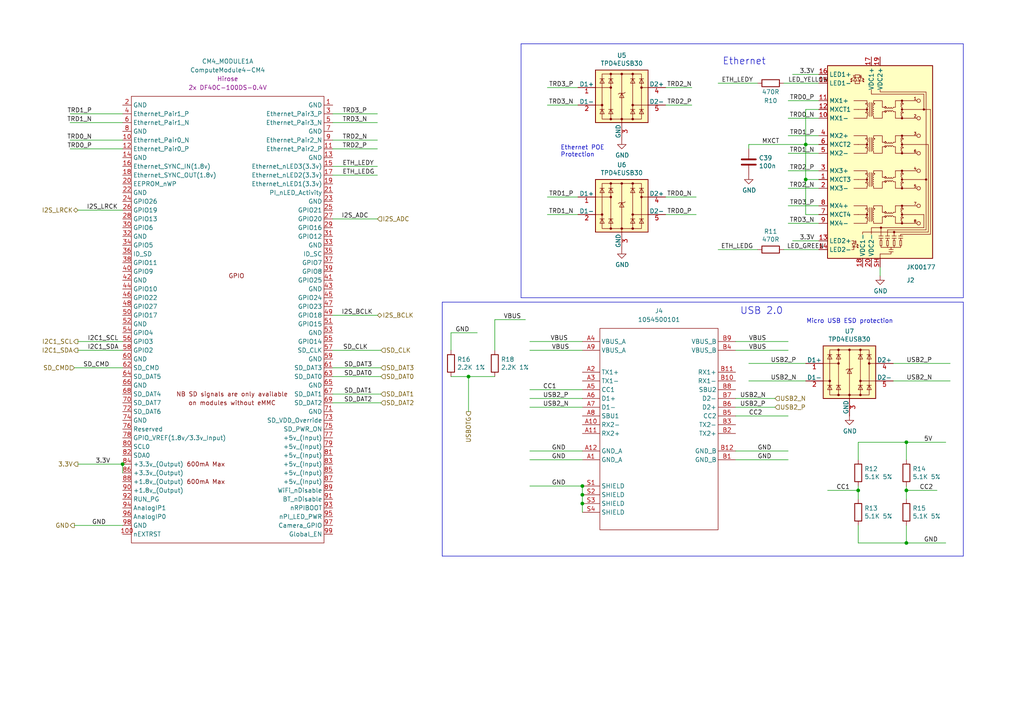
<source format=kicad_sch>
(kicad_sch (version 20211123) (generator eeschema)
  (paper "A4")
  (lib_symbols
    (symbol "CM4IO:1054500101"
      (property "Reference" "J" (at 0 0 0))
      (property "Value" "1054500101" (at 0 0 0))
      (symbol "1054500101_1_1"
        (pin input line (at -5.08 -43.18 0) (length 5) (name "GND_A") (number "A1"))
        (pin input line (at -5.08 -33.02 0) (length 5) (name "RX2-") (number "A10"))
        (pin input line (at -5.08 -35.56 0) (length 5) (name "RX2+") (number "A11"))
        (pin input line (at -5.08 -40.64 0) (length 5) (name "GND_A") (number "A12"))
        (pin input line (at -5.08 -17.78 0) (length 5) (name "TX1+") (number "A2"))
        (pin input line (at -5.08 -20.32 0) (length 5) (name "TX1-") (number "A3"))
        (pin input line (at -5.08 -8.89 0) (length 5) (name "VBUS_A") (number "A4"))
        (pin input line (at -5.08 -22.86 0) (length 5) (name "CC1") (number "A5"))
        (pin input line (at -5.08 -25.4 0) (length 5) (name "D1+") (number "A6"))
        (pin input line (at -5.08 -27.94 0) (length 5) (name "D1-") (number "A7"))
        (pin input line (at -5.08 -30.48 0) (length 5) (name "SBU1") (number "A8"))
        (pin input line (at -5.08 -11.43 0) (length 5) (name "VBUS_A") (number "A9"))
        (pin input line (at 39.37 -43.18 180) (length 5) (name "GND_B") (number "B1"))
        (pin input line (at 39.37 -20.32 180) (length 5) (name "RX1-") (number "B10"))
        (pin input line (at 39.37 -17.78 180) (length 5) (name "RX1+") (number "B11"))
        (pin input line (at 39.37 -40.64 180) (length 5) (name "GND_B") (number "B12"))
        (pin input line (at 39.37 -35.56 180) (length 5) (name "TX2+") (number "B2"))
        (pin input line (at 39.37 -33.02 180) (length 5) (name "TX2-") (number "B3"))
        (pin input line (at 39.37 -11.43 180) (length 5) (name "VBUS_B") (number "B4"))
        (pin input line (at 39.37 -30.48 180) (length 5) (name "CC2") (number "B5"))
        (pin input line (at 39.37 -27.94 180) (length 5) (name "D2+") (number "B6"))
        (pin input line (at 39.37 -25.4 180) (length 5) (name "D2-") (number "B7"))
        (pin input line (at 39.37 -22.86 180) (length 5) (name "SBU2") (number "B8"))
        (pin input line (at 39.37 -8.89 180) (length 5) (name "VBUS_B") (number "B9"))
        (pin input line (at -5.08 -50.8 0) (length 5) (name "SHIELD") (number "S1"))
        (pin input line (at -5.08 -53.34 0) (length 5) (name "SHIELD") (number "S2"))
        (pin input line (at -5.08 -55.88 0) (length 5) (name "SHIELD") (number "S3"))
        (pin input line (at -5.08 -58.42 0) (length 5) (name "SHIELD") (number "S4"))
      )
    )
    (symbol "CM4IO:ComputeModule4-CM4"
      (property "Reference" "Module" (at 113.03 -68.58 0))
      (property "Value" "ComputeModule4-CM4" (at 140.97 2.54 0))
      (property "Field4" "Hirose" (at 0 0 0))
      (property "Field5" "2x DF40C-100DS-0.4V" (at 0 -2.54 0))
      (symbol "ComputeModule4-CM4_1_0"
        (text "GPIO" (at 0 6.35 0) (effects (font (size 1.27 1.27))))
      )
      (symbol "ComputeModule4-CM4_1_1"
        (text "600mA Max" (at -8.89 -53.34 0) (effects (font (size 1.27 1.27))))
        (text "600mA Max" (at -8.89 -48.26 0) (effects (font (size 1.27 1.27))))
        (text "NB SD signals are only available" (at -1.27 -27.94 0) (effects (font (size 1.27 1.27))))
        (text "on modules without eMMC" (at -1.27 -30.48 0) (effects (font (size 1.27 1.27))))
        (pin power_in line (at 27.94 55.88 180) (length 2.54) (name "GND") (number "1"))
        (pin passive line (at -33.02 45.72 0) (length 2.54) (name "Ethernet_Pair0_N") (number "10"))
        (pin output line (at -33.02 -68.58 0) (length 2.54) (name "nEXTRST") (number "100"))
        (pin passive line (at 27.94 43.18 180) (length 2.54) (name "Ethernet_Pair2_P") (number "11"))
        (pin passive line (at -33.02 43.18 0) (length 2.54) (name "Ethernet_Pair0_P") (number "12"))
        (pin power_in line (at 27.94 40.64 180) (length 2.54) (name "GND") (number "13"))
        (pin power_in line (at -33.02 40.64 0) (length 2.54) (name "GND") (number "14"))
        (pin output line (at 27.94 38.1 180) (length 2.54) (name "Ethernet_nLED3(3.3v)") (number "15"))
        (pin input line (at -33.02 38.1 0) (length 2.54) (name "Ethernet_SYNC_IN(1.8v)") (number "16"))
        (pin output line (at 27.94 35.56 180) (length 2.54) (name "Ethernet_nLED2(3.3v)") (number "17"))
        (pin input line (at -33.02 35.56 0) (length 2.54) (name "Ethernet_SYNC_OUT(1.8v)") (number "18"))
        (pin output line (at 27.94 33.02 180) (length 2.54) (name "Ethernet_nLED1(3.3v)") (number "19"))
        (pin power_in line (at -33.02 55.88 0) (length 2.54) (name "GND") (number "2"))
        (pin passive line (at -33.02 33.02 0) (length 2.54) (name "EEPROM_nWP") (number "20"))
        (pin open_collector line (at 27.94 30.48 180) (length 2.54) (name "PI_nLED_Activity") (number "21"))
        (pin power_in line (at -33.02 30.48 0) (length 2.54) (name "GND") (number "22"))
        (pin power_in line (at 27.94 27.94 180) (length 2.54) (name "GND") (number "23"))
        (pin passive line (at -33.02 27.94 0) (length 2.54) (name "GPIO26") (number "24"))
        (pin passive line (at 27.94 25.4 180) (length 2.54) (name "GPIO21") (number "25"))
        (pin passive line (at -33.02 25.4 0) (length 2.54) (name "GPIO19") (number "26"))
        (pin passive line (at 27.94 22.86 180) (length 2.54) (name "GPIO20") (number "27"))
        (pin passive line (at -33.02 22.86 0) (length 2.54) (name "GPIO13") (number "28"))
        (pin passive line (at 27.94 20.32 180) (length 2.54) (name "GPIO16") (number "29"))
        (pin passive line (at 27.94 53.34 180) (length 2.54) (name "Ethernet_Pair3_P") (number "3"))
        (pin passive line (at -33.02 20.32 0) (length 2.54) (name "GPIO6") (number "30"))
        (pin passive line (at 27.94 17.78 180) (length 2.54) (name "GPIO12") (number "31"))
        (pin power_in line (at -33.02 17.78 0) (length 2.54) (name "GND") (number "32"))
        (pin power_in line (at 27.94 15.24 180) (length 2.54) (name "GND") (number "33"))
        (pin passive line (at -33.02 15.24 0) (length 2.54) (name "GPIO5") (number "34"))
        (pin passive line (at 27.94 12.7 180) (length 2.54) (name "ID_SC") (number "35"))
        (pin passive line (at -33.02 12.7 0) (length 2.54) (name "ID_SD") (number "36"))
        (pin passive line (at 27.94 10.16 180) (length 2.54) (name "GPIO7") (number "37"))
        (pin passive line (at -33.02 10.16 0) (length 2.54) (name "GPIO11") (number "38"))
        (pin passive line (at 27.94 7.62 180) (length 2.54) (name "GPIO8") (number "39"))
        (pin passive line (at -33.02 53.34 0) (length 2.54) (name "Ethernet_Pair1_P") (number "4"))
        (pin passive line (at -33.02 7.62 0) (length 2.54) (name "GPIO9") (number "40"))
        (pin passive line (at 27.94 5.08 180) (length 2.54) (name "GPIO25") (number "41"))
        (pin power_in line (at -33.02 5.08 0) (length 2.54) (name "GND") (number "42"))
        (pin power_in line (at 27.94 2.54 180) (length 2.54) (name "GND") (number "43"))
        (pin passive line (at -33.02 2.54 0) (length 2.54) (name "GPIO10") (number "44"))
        (pin passive line (at 27.94 0 180) (length 2.54) (name "GPIO24") (number "45"))
        (pin passive line (at -33.02 0 0) (length 2.54) (name "GPIO22") (number "46"))
        (pin passive line (at 27.94 -2.54 180) (length 2.54) (name "GPIO23") (number "47"))
        (pin passive line (at -33.02 -2.54 0) (length 2.54) (name "GPIO27") (number "48"))
        (pin passive line (at 27.94 -5.08 180) (length 2.54) (name "GPIO18") (number "49"))
        (pin passive line (at 27.94 50.8 180) (length 2.54) (name "Ethernet_Pair3_N") (number "5"))
        (pin passive line (at -33.02 -5.08 0) (length 2.54) (name "GPIO17") (number "50"))
        (pin passive line (at 27.94 -7.62 180) (length 2.54) (name "GPIO15") (number "51"))
        (pin power_in line (at -33.02 -7.62 0) (length 2.54) (name "GND") (number "52"))
        (pin power_in line (at 27.94 -10.16 180) (length 2.54) (name "GND") (number "53"))
        (pin passive line (at -33.02 -10.16 0) (length 2.54) (name "GPIO4") (number "54"))
        (pin passive line (at 27.94 -12.7 180) (length 2.54) (name "GPIO14") (number "55"))
        (pin passive line (at -33.02 -12.7 0) (length 2.54) (name "GPIO3") (number "56"))
        (pin passive line (at 27.94 -15.24 180) (length 2.54) (name "SD_CLK") (number "57"))
        (pin passive line (at -33.02 -15.24 0) (length 2.54) (name "GPIO2") (number "58"))
        (pin power_in line (at 27.94 -17.78 180) (length 2.54) (name "GND") (number "59"))
        (pin passive line (at -33.02 50.8 0) (length 2.54) (name "Ethernet_Pair1_N") (number "6"))
        (pin power_in line (at -33.02 -17.78 0) (length 2.54) (name "GND") (number "60"))
        (pin passive line (at 27.94 -20.32 180) (length 2.54) (name "SD_DAT3") (number "61"))
        (pin passive line (at -33.02 -20.32 0) (length 2.54) (name "SD_CMD") (number "62"))
        (pin passive line (at 27.94 -22.86 180) (length 2.54) (name "SD_DAT0") (number "63"))
        (pin passive line (at -33.02 -22.86 0) (length 2.54) (name "SD_DAT5") (number "64"))
        (pin power_in line (at 27.94 -25.4 180) (length 2.54) (name "GND") (number "65"))
        (pin power_in line (at -33.02 -25.4 0) (length 2.54) (name "GND") (number "66"))
        (pin passive line (at 27.94 -27.94 180) (length 2.54) (name "SD_DAT1") (number "67"))
        (pin passive line (at -33.02 -27.94 0) (length 2.54) (name "SD_DAT4") (number "68"))
        (pin passive line (at 27.94 -30.48 180) (length 2.54) (name "SD_DAT2") (number "69"))
        (pin power_in line (at 27.94 48.26 180) (length 2.54) (name "GND") (number "7"))
        (pin passive line (at -33.02 -30.48 0) (length 2.54) (name "SD_DAT7") (number "70"))
        (pin power_in line (at 27.94 -33.02 180) (length 2.54) (name "GND") (number "71"))
        (pin passive line (at -33.02 -33.02 0) (length 2.54) (name "SD_DAT6") (number "72"))
        (pin input line (at 27.94 -35.56 180) (length 2.54) (name "SD_VDD_Override") (number "73"))
        (pin power_in line (at -33.02 -35.56 0) (length 2.54) (name "GND") (number "74"))
        (pin output line (at 27.94 -38.1 180) (length 2.54) (name "SD_PWR_ON") (number "75"))
        (pin passive line (at -33.02 -38.1 0) (length 2.54) (name "Reserved") (number "76"))
        (pin power_in line (at 27.94 -40.64 180) (length 2.54) (name "+5v_(Input)") (number "77"))
        (pin power_in line (at -33.02 -40.64 0) (length 2.54) (name "GPIO_VREF(1.8v/3.3v_Input)") (number "78"))
        (pin power_in line (at 27.94 -43.18 180) (length 2.54) (name "+5v_(Input)") (number "79"))
        (pin power_in line (at -33.02 48.26 0) (length 2.54) (name "GND") (number "8"))
        (pin passive line (at -33.02 -43.18 0) (length 2.54) (name "SCL0") (number "80"))
        (pin power_in line (at 27.94 -45.72 180) (length 2.54) (name "+5v_(Input)") (number "81"))
        (pin passive line (at -33.02 -45.72 0) (length 2.54) (name "SDA0") (number "82"))
        (pin power_in line (at 27.94 -48.26 180) (length 2.54) (name "+5v_(Input)") (number "83"))
        (pin power_out line (at -33.02 -48.26 0) (length 2.54) (name "+3.3v_(Output)") (number "84"))
        (pin power_in line (at 27.94 -50.8 180) (length 2.54) (name "+5v_(Input)") (number "85"))
        (pin power_out line (at -33.02 -50.8 0) (length 2.54) (name "+3.3v_(Output)") (number "86"))
        (pin power_in line (at 27.94 -53.34 180) (length 2.54) (name "+5v_(Input)") (number "87"))
        (pin power_out line (at -33.02 -53.34 0) (length 2.54) (name "+1.8v_(Output)") (number "88"))
        (pin power_in line (at 27.94 -55.88 180) (length 2.54) (name "WiFi_nDisable") (number "89"))
        (pin passive line (at 27.94 45.72 180) (length 2.54) (name "Ethernet_Pair2_N") (number "9"))
        (pin power_out line (at -33.02 -55.88 0) (length 2.54) (name "+1.8v_(Output)") (number "90"))
        (pin power_in line (at 27.94 -58.42 180) (length 2.54) (name "BT_nDisable") (number "91"))
        (pin passive line (at -33.02 -58.42 0) (length 2.54) (name "RUN_PG") (number "92"))
        (pin input line (at 27.94 -60.96 180) (length 2.54) (name "nRPIBOOT") (number "93"))
        (pin passive line (at -33.02 -60.96 0) (length 2.54) (name "AnalogIP1") (number "94"))
        (pin output line (at 27.94 -63.5 180) (length 2.54) (name "nPI_LED_PWR") (number "95"))
        (pin passive line (at -33.02 -63.5 0) (length 2.54) (name "AnalogIP0") (number "96"))
        (pin passive line (at 27.94 -66.04 180) (length 2.54) (name "Camera_GPIO") (number "97"))
        (pin power_in line (at -33.02 -66.04 0) (length 2.54) (name "GND") (number "98"))
        (pin input line (at 27.94 -68.58 180) (length 2.54) (name "Global_EN") (number "99"))
      )
      (symbol "ComputeModule4-CM4_2_1"
        (text "High Speed Serial" (at 140.97 0 0) (effects (font (size 1.27 1.27))))
        (pin input line (at 170.18 60.96 180) (length 5.08) (name "USB_OTG_ID") (number "101"))
        (pin input line (at 109.22 60.96 0) (length 5.08) (name "PCIe_CLK_nREQ") (number "102"))
        (pin passive line (at 170.18 58.42 180) (length 5.08) (name "USB2_N") (number "103"))
        (pin passive line (at 109.22 58.42 0) (length 5.08) (name "Reserved") (number "104"))
        (pin passive line (at 170.18 55.88 180) (length 5.08) (name "USB2_P") (number "105"))
        (pin passive line (at 109.22 55.88 0) (length 5.08) (name "Reserved") (number "106"))
        (pin power_in line (at 170.18 53.34 180) (length 5.08) (name "GND") (number "107"))
        (pin power_in line (at 109.22 53.34 0) (length 5.08) (name "GND") (number "108"))
        (pin bidirectional line (at 170.18 50.8 180) (length 5.08) (name "PCIe_nRST") (number "109"))
        (pin output line (at 109.22 50.8 0) (length 5.08) (name "PCIe_CLK_P") (number "110"))
        (pin passive line (at 170.18 48.26 180) (length 5.08) (name "VDAC_COMP") (number "111"))
        (pin output line (at 109.22 48.26 0) (length 5.08) (name "PCIe_CLK_N") (number "112"))
        (pin power_in line (at 170.18 45.72 180) (length 5.08) (name "GND") (number "113"))
        (pin power_in line (at 109.22 45.72 0) (length 5.08) (name "GND") (number "114"))
        (pin input line (at 170.18 43.18 180) (length 5.08) (name "CAM1_D0_N") (number "115"))
        (pin input line (at 109.22 43.18 0) (length 5.08) (name "PCIe_RX_P") (number "116"))
        (pin input line (at 170.18 40.64 180) (length 5.08) (name "CAM1_D0_P") (number "117"))
        (pin input line (at 109.22 40.64 0) (length 5.08) (name "PCIe_RX_N") (number "118"))
        (pin power_in line (at 170.18 38.1 180) (length 5.08) (name "GND") (number "119"))
        (pin power_in line (at 109.22 38.1 0) (length 5.08) (name "GND") (number "120"))
        (pin input line (at 170.18 35.56 180) (length 5.08) (name "CAM1_D1_N") (number "121"))
        (pin output line (at 109.22 35.56 0) (length 5.08) (name "PCIe_TX_P") (number "122"))
        (pin input line (at 170.18 33.02 180) (length 5.08) (name "CAM1_D1_P") (number "123"))
        (pin output line (at 109.22 33.02 0) (length 5.08) (name "PCIe_TX_N") (number "124"))
        (pin power_in line (at 170.18 30.48 180) (length 5.08) (name "GND") (number "125"))
        (pin power_in line (at 109.22 30.48 0) (length 5.08) (name "GND") (number "126"))
        (pin input line (at 170.18 27.94 180) (length 5.08) (name "CAM1_C_N") (number "127"))
        (pin input line (at 109.22 27.94 0) (length 5.08) (name "CAM0_D0_N") (number "128"))
        (pin input line (at 170.18 25.4 180) (length 5.08) (name "CAM1_C_P") (number "129"))
        (pin input line (at 109.22 25.4 0) (length 5.08) (name "CAM0_D0_P") (number "130"))
        (pin power_in line (at 170.18 22.86 180) (length 5.08) (name "GND") (number "131"))
        (pin power_in line (at 109.22 22.86 0) (length 5.08) (name "GND") (number "132"))
        (pin input line (at 170.18 20.32 180) (length 5.08) (name "CAM1_D2_N") (number "133"))
        (pin input line (at 109.22 20.32 0) (length 5.08) (name "CAM0_D1_N") (number "134"))
        (pin input line (at 170.18 17.78 180) (length 5.08) (name "CAM1_D2_P") (number "135"))
        (pin input line (at 109.22 17.78 0) (length 5.08) (name "CAM0_D1_P") (number "136"))
        (pin power_in line (at 170.18 15.24 180) (length 5.08) (name "GND") (number "137"))
        (pin power_in line (at 109.22 15.24 0) (length 5.08) (name "GND") (number "138"))
        (pin input line (at 170.18 12.7 180) (length 5.08) (name "CAM1_D3_N") (number "139"))
        (pin input line (at 109.22 12.7 0) (length 5.08) (name "CAM0_C_N") (number "140"))
        (pin input line (at 170.18 10.16 180) (length 5.08) (name "CAM1_D3_P") (number "141"))
        (pin input line (at 109.22 10.16 0) (length 5.08) (name "CAM0_C_P") (number "142"))
        (pin input line (at 170.18 7.62 180) (length 5.08) (name "HDMI1_HOTPLUG") (number "143"))
        (pin power_in line (at 109.22 7.62 0) (length 5.08) (name "GND") (number "144"))
        (pin bidirectional line (at 170.18 5.08 180) (length 5.08) (name "HDMI1_SDA") (number "145"))
        (pin output line (at 109.22 5.08 0) (length 5.08) (name "HDMI1_TX2_P") (number "146"))
        (pin open_collector line (at 170.18 2.54 180) (length 5.08) (name "HDMI1_SCL") (number "147"))
        (pin output line (at 109.22 2.54 0) (length 5.08) (name "HDMI1_TX2_N") (number "148"))
        (pin open_collector line (at 170.18 0 180) (length 5.08) (name "HDMI1_CEC") (number "149"))
        (pin power_in line (at 109.22 0 0) (length 5.08) (name "GND") (number "150"))
        (pin open_collector line (at 170.18 -2.54 180) (length 5.08) (name "HDMI0_CEC") (number "151"))
        (pin output line (at 109.22 -2.54 0) (length 5.08) (name "HDMI1_TX1_P") (number "152"))
        (pin input line (at 170.18 -5.08 180) (length 5.08) (name "HDMI0_HOTPLUG") (number "153"))
        (pin output line (at 109.22 -5.08 0) (length 5.08) (name "HDMI1_TX1_N") (number "154"))
        (pin power_in line (at 170.18 -7.62 180) (length 5.08) (name "GND") (number "155"))
        (pin power_in line (at 109.22 -7.62 0) (length 5.08) (name "GND") (number "156"))
        (pin output line (at 170.18 -10.16 180) (length 5.08) (name "DSI0_D0_N") (number "157"))
        (pin output line (at 109.22 -10.16 0) (length 5.08) (name "HDMI1_TX0_P") (number "158"))
        (pin output line (at 170.18 -12.7 180) (length 5.08) (name "DSI0_D0_P") (number "159"))
        (pin output line (at 109.22 -12.7 0) (length 5.08) (name "HDMI1_TX0_N") (number "160"))
        (pin power_in line (at 170.18 -15.24 180) (length 5.08) (name "GND") (number "161"))
        (pin power_in line (at 109.22 -15.24 0) (length 5.08) (name "GND") (number "162"))
        (pin output line (at 170.18 -17.78 180) (length 5.08) (name "DSI0_D1_N") (number "163"))
        (pin output line (at 109.22 -17.78 0) (length 5.08) (name "HDMI1_CLK_P") (number "164"))
        (pin output line (at 170.18 -20.32 180) (length 5.08) (name "DSI0_D1_P") (number "165"))
        (pin output line (at 109.22 -20.32 0) (length 5.08) (name "HDMI1_CLK_N") (number "166"))
        (pin power_in line (at 170.18 -22.86 180) (length 5.08) (name "GND") (number "167"))
        (pin power_in line (at 109.22 -22.86 0) (length 5.08) (name "GND") (number "168"))
        (pin output line (at 170.18 -25.4 180) (length 5.08) (name "DSI0_C_N") (number "169"))
        (pin output line (at 109.22 -25.4 0) (length 5.08) (name "HDMI0_TX2_P") (number "170"))
        (pin output line (at 170.18 -27.94 180) (length 5.08) (name "DSI0_C_P") (number "171"))
        (pin output line (at 109.22 -27.94 0) (length 5.08) (name "HDMI0_TX2_N") (number "172"))
        (pin power_in line (at 170.18 -30.48 180) (length 5.08) (name "GND") (number "173"))
        (pin power_in line (at 109.22 -30.48 0) (length 5.08) (name "GND") (number "174"))
        (pin output line (at 170.18 -33.02 180) (length 5.08) (name "DSI1_D0_N") (number "175"))
        (pin output line (at 109.22 -33.02 0) (length 5.08) (name "HDMI0_TX1_P") (number "176"))
        (pin output line (at 170.18 -35.56 180) (length 5.08) (name "DSI1_D0_P") (number "177"))
        (pin output line (at 109.22 -35.56 0) (length 5.08) (name "HDMI0_TX1_N") (number "178"))
        (pin power_in line (at 170.18 -38.1 180) (length 5.08) (name "GND") (number "179"))
        (pin power_in line (at 109.22 -38.1 0) (length 5.08) (name "GND") (number "180"))
        (pin output line (at 170.18 -40.64 180) (length 5.08) (name "DSI1_D1_N") (number "181"))
        (pin output line (at 109.22 -40.64 0) (length 5.08) (name "HDMI0_TX0_P") (number "182"))
        (pin output line (at 170.18 -43.18 180) (length 5.08) (name "DSI1_D1_P") (number "183"))
        (pin output line (at 109.22 -43.18 0) (length 5.08) (name "HDMI0_TX0_N") (number "184"))
        (pin power_in line (at 170.18 -45.72 180) (length 5.08) (name "GND") (number "185"))
        (pin power_in line (at 109.22 -45.72 0) (length 5.08) (name "GND") (number "186"))
        (pin output line (at 170.18 -48.26 180) (length 5.08) (name "DSI1_C_N") (number "187"))
        (pin output line (at 109.22 -48.26 0) (length 5.08) (name "HDMI0_CLK_P") (number "188"))
        (pin output line (at 170.18 -50.8 180) (length 5.08) (name "DSI1_C_P") (number "189"))
        (pin output line (at 109.22 -50.8 0) (length 5.08) (name "HDMI0_CLK_N") (number "190"))
        (pin power_in line (at 170.18 -53.34 180) (length 5.08) (name "GND") (number "191"))
        (pin power_in line (at 109.22 -53.34 0) (length 5.08) (name "GND") (number "192"))
        (pin output line (at 170.18 -55.88 180) (length 5.08) (name "DSI1_D2_N") (number "193"))
        (pin output line (at 109.22 -55.88 0) (length 5.08) (name "DSI1_D3_N") (number "194"))
        (pin output line (at 170.18 -58.42 180) (length 5.08) (name "DSI1_D2_P") (number "195"))
        (pin output line (at 109.22 -58.42 0) (length 5.08) (name "DSI1_D3_P") (number "196"))
        (pin power_in line (at 170.18 -60.96 180) (length 5.08) (name "GND") (number "197"))
        (pin power_in line (at 109.22 -60.96 0) (length 5.08) (name "GND") (number "198"))
        (pin bidirectional line (at 170.18 -63.5 180) (length 5.08) (name "HDMI0_SDA") (number "199"))
        (pin open_collector line (at 109.22 -63.5 0) (length 5.08) (name "HDMI0_SCL") (number "200"))
      )
    )
    (symbol "CM4IO:TPD4EUSB30" (pin_names (offset 0))
      (property "Reference" "U" (at -0.635 8.89 0))
      (property "Value" "TPD4EUSB30" (at 8.89 -10.16 0))
      (symbol "TPD4EUSB30_1_1"
        (pin passive line (at -12.7 2.54 0) (length 5.08) (name "D1+") (number "1"))
        (pin passive line (at -12.7 2.54 0) (length 5.08) hide (name "~") (number "10"))
        (pin passive line (at -12.7 -2.54 0) (length 5.08) (name "D1-") (number "2"))
        (pin power_in line (at 0 -12.7 90) (length 5.08) (name "GND") (number "3"))
        (pin passive line (at 12.7 2.54 180) (length 5.08) (name "D2+") (number "4"))
        (pin passive line (at 12.7 -2.54 180) (length 5.08) (name "D2-") (number "5"))
        (pin passive line (at 12.7 -2.54 180) (length 5.08) hide (name "~") (number "6"))
        (pin passive line (at 12.7 2.54 180) (length 5.08) hide (name "~") (number "7"))
        (pin passive line (at 0 -12.7 90) (length 5.08) hide (name "GND") (number "8"))
        (pin passive line (at -12.7 -2.54 0) (length 5.08) hide (name "~") (number "9"))
      )
    )
    (symbol "Connector:JK00177"
      (property "Reference" "J" (at -15.24 29.21 0))
      (property "Value" "JK00177" (at 10.16 29.21 0))
      (symbol "JK00177_0_0"
        (text "" (at -7.874 24.892 900) (effects (font (size 1.27 1.27))))
        (text "1" (at 10.16 18.415 0) (effects (font (size 0.762 0.762))))
        (text "2" (at 10.16 13.335 0) (effects (font (size 0.762 0.762))))
        (text "3" (at 10.16 8.255 0) (effects (font (size 0.762 0.762))))
        (text "4" (at 10.16 -1.905 0) (effects (font (size 0.762 0.762))))
        (text "5" (at 10.16 -6.985 0) (effects (font (size 0.762 0.762))))
        (text "6" (at 10.16 3.175 0) (effects (font (size 0.762 0.762))))
        (text "7" (at 10.16 -12.065 0) (effects (font (size 0.762 0.762))))
        (text "8" (at 10.16 -17.145 0) (effects (font (size 0.762 0.762))))
        (text "G" (at -7.112 -23.114 0) (effects (font (size 0.508 0.508))))
        (text "G" (at -5.588 24.892 0) (effects (font (size 0.508 0.508))))
        (text "Y" (at -7.62 24.892 0) (effects (font (size 0.508 0.508))))
      )
      (symbol "JK00177_1_1"
        (pin passive line (at -17.78 -5.08 0) (length 2.54) (name "MXCT3") (number "1"))
        (pin passive line (at -17.78 12.7 0) (length 2.54) (name "MX1-") (number "10"))
        (pin passive line (at -17.78 17.78 0) (length 2.54) (name "MX1+") (number "11"))
        (pin passive line (at -17.78 15.24 0) (length 2.54) (name "MXCT1") (number "12"))
        (pin passive line (at -17.78 -22.86 0) (length 2.54) (name "LED2+") (number "13"))
        (pin passive line (at -17.78 -25.4 0) (length 2.54) (name "LED2-") (number "14"))
        (pin passive line (at -17.78 22.86 0) (length 2.54) (name "LED1-") (number "15"))
        (pin passive line (at -17.78 25.4 0) (length 2.54) (name "LED1+") (number "16"))
        (pin passive line (at -2.54 30.48 270) (length 2.54) (name "VDC1+") (number "17"))
        (pin passive line (at -5.08 -30.48 90) (length 2.54) (name "VDC1-") (number "18"))
        (pin passive line (at 0 30.48 270) (length 2.54) (name "VDC2+") (number "19"))
        (pin passive line (at -17.78 -7.62 0) (length 2.54) (name "MX3-") (number "2"))
        (pin passive line (at -2.54 -30.48 90) (length 2.54) (name "VDC2-") (number "20"))
        (pin passive line (at -17.78 -2.54 0) (length 2.54) (name "MX3+") (number "3"))
        (pin passive line (at -17.78 7.62 0) (length 2.54) (name "MX2+") (number "4"))
        (pin passive line (at -17.78 2.54 0) (length 2.54) (name "MX2-") (number "5"))
        (pin passive line (at -17.78 5.08 0) (length 2.54) (name "MXCT2") (number "6"))
        (pin passive line (at -17.78 -15.24 0) (length 2.54) (name "MXCT4") (number "7"))
        (pin passive line (at -17.78 -12.7 0) (length 2.54) (name "MX4+") (number "8"))
        (pin passive line (at -17.78 -17.78 0) (length 2.54) (name "MX4-") (number "9"))
        (pin passive line (at 0 -30.48 90) (length 2.54) (name "~") (number "SH"))
      )
    )
    (symbol "Device:C" (pin_numbers hide) (pin_names (offset 0.254))
      (property "Reference" "C" (at 0.635 2.54 0))
      (property "Value" "C" (at 0.635 -2.54 0))
      (symbol "C_1_1"
        (pin passive line (at 0 3.81 270) (length 2.794) (name "~") (number "1"))
        (pin passive line (at 0 -3.81 90) (length 2.794) (name "~") (number "2"))
      )
    )
    (symbol "Device:R" (pin_numbers hide) (pin_names (offset 0))
      (property "Reference" "R" (at 2.032 0 90))
      (property "Value" "R" (at 0 0 90))
      (symbol "R_1_1"
        (pin passive line (at 0 3.81 270) (length 1.27) (name "~") (number "1"))
        (pin passive line (at 0 -3.81 90) (length 1.27) (name "~") (number "2"))
      )
    )
    (symbol "power:GND" (power) (pin_names (offset 0))
      (property "Value" "GND" (at 0 -3.81 0))
      (symbol "GND_1_1"
        (pin power_in line (at 0 0 270) (length 0) hide (name "GND") (number "1"))
      )
    )
  )
  (junction (at 262.89 157.48))
  (junction (at 168.91 146.05))
  (junction (at 262.89 128.27))
  (junction (at 135.89 109.22))
  (junction (at 233.68 52.07))
  (junction (at 168.91 140.97))
  (junction (at 262.89 142.24))
  (junction (at 35.56 134.62))
  (junction (at 233.68 41.91))
  (junction (at 248.92 142.24))
  (junction (at 168.91 143.51))
  (wire (pts (xy 168.91 143.51) (xy 168.91 146.05)))
  (wire (pts (xy 167.64 62.23) (xy 158.75 62.23)))
  (wire (pts (xy 213.36 130.81) (xy 228.6 130.81)))
  (wire (pts (xy 240.03 142.24) (xy 248.92 142.24)))
  (wire (pts (xy 255.27 77.47) (xy 255.27 80.01)))
  (wire (pts (xy 110.49 101.6) (xy 96.52 101.6)))
  (wire (pts (xy 143.51 101.6) (xy 143.51 92.71)))
  (wire (pts (xy 217.17 43.18) (xy 217.17 41.91)))
  (wire (pts (xy 229.87 69.85) (xy 237.49 69.85)))
  (wire (pts (xy 110.49 106.68) (xy 96.52 106.68)))
  (wire (pts (xy 208.28 24.13) (xy 219.71 24.13)))
  (polyline (pts (xy 279.4 161.29) (xy 128.27 161.29)) (stroke (width 0) (type solid)))
  (wire (pts (xy 233.68 41.91) (xy 233.68 52.07)))
  (wire (pts (xy 248.92 128.27) (xy 248.92 133.35)))
  (wire (pts (xy 227.33 72.39) (xy 237.49 72.39)))
  (wire (pts (xy 153.67 140.97) (xy 168.91 140.97)))
  (wire (pts (xy 228.6 29.21) (xy 237.49 29.21)))
  (wire (pts (xy 96.52 35.56) (xy 109.474 35.56)))
  (wire (pts (xy 21.59 106.68) (xy 35.56 106.68)))
  (wire (pts (xy 110.49 114.3) (xy 96.52 114.3)))
  (wire (pts (xy 130.81 96.52) (xy 138.43 96.52)))
  (wire (pts (xy 262.89 142.24) (xy 271.78 142.24)))
  (wire (pts (xy 213.36 120.65) (xy 228.6 120.65)))
  (wire (pts (xy 217.17 41.91) (xy 233.68 41.91)))
  (wire (pts (xy 217.17 105.41) (xy 233.68 105.41)))
  (wire (pts (xy 22.606 134.62) (xy 35.56 134.62)))
  (wire (pts (xy 158.75 30.48) (xy 167.64 30.48)))
  (wire (pts (xy 96.52 50.8) (xy 109.474 50.8)))
  (wire (pts (xy 262.89 157.48) (xy 248.92 157.48)))
  (polyline (pts (xy 279.4 86.36) (xy 151.13 86.36)) (stroke (width 0) (type solid)))
  (wire (pts (xy 153.67 133.35) (xy 168.91 133.35)))
  (wire (pts (xy 135.89 109.22) (xy 143.51 109.22)))
  (wire (pts (xy 153.67 99.06) (xy 168.91 99.06)))
  (polyline (pts (xy 279.4 12.7) (xy 279.4 86.36)) (stroke (width 0) (type solid)))
  (wire (pts (xy 135.89 109.22) (xy 135.89 119.38)))
  (wire (pts (xy 21.59 152.4) (xy 35.56 152.4)))
  (polyline (pts (xy 151.13 12.7) (xy 279.4 12.7)) (stroke (width 0) (type solid)))
  (wire (pts (xy 228.6 39.37) (xy 237.49 39.37)))
  (wire (pts (xy 262.89 152.4) (xy 262.89 157.48)))
  (wire (pts (xy 130.81 109.22) (xy 135.89 109.22)))
  (wire (pts (xy 259.08 105.41) (xy 275.59 105.41)))
  (wire (pts (xy 248.92 128.27) (xy 262.89 128.27)))
  (wire (pts (xy 20.32 43.18) (xy 35.56 43.18)))
  (wire (pts (xy 153.67 101.6) (xy 168.91 101.6)))
  (wire (pts (xy 262.89 140.97) (xy 262.89 142.24)))
  (wire (pts (xy 228.6 34.29) (xy 237.49 34.29)))
  (wire (pts (xy 130.81 101.6) (xy 130.81 96.52)))
  (wire (pts (xy 22.606 60.96) (xy 35.56 60.96)))
  (wire (pts (xy 229.87 21.59) (xy 237.49 21.59)))
  (wire (pts (xy 228.6 54.61) (xy 237.49 54.61)))
  (wire (pts (xy 213.36 133.35) (xy 228.6 133.35)))
  (wire (pts (xy 168.91 146.05) (xy 168.91 148.59)))
  (wire (pts (xy 248.92 140.97) (xy 248.92 142.24)))
  (wire (pts (xy 233.68 31.75) (xy 233.68 41.91)))
  (polyline (pts (xy 128.27 87.63) (xy 279.4 87.63)) (stroke (width 0) (type solid)))
  (polyline (pts (xy 128.27 161.29) (xy 128.27 87.63)) (stroke (width 0) (type solid)))
  (wire (pts (xy 22.606 99.06) (xy 35.56 99.06)))
  (wire (pts (xy 96.52 48.26) (xy 109.474 48.26)))
  (wire (pts (xy 20.32 33.02) (xy 35.56 33.02)))
  (wire (pts (xy 213.36 101.6) (xy 228.6 101.6)))
  (wire (pts (xy 96.52 43.18) (xy 109.474 43.18)))
  (wire (pts (xy 237.49 31.75) (xy 233.68 31.75)))
  (wire (pts (xy 248.92 157.48) (xy 248.92 152.4)))
  (wire (pts (xy 96.52 33.02) (xy 109.474 33.02)))
  (wire (pts (xy 233.68 52.07) (xy 233.68 62.23)))
  (wire (pts (xy 96.52 116.84) (xy 110.49 116.84)))
  (wire (pts (xy 248.92 142.24) (xy 248.92 144.78)))
  (wire (pts (xy 96.52 109.22) (xy 110.49 109.22)))
  (wire (pts (xy 96.52 63.5) (xy 109.474 63.5)))
  (wire (pts (xy 22.606 101.6) (xy 35.56 101.6)))
  (wire (pts (xy 213.36 118.11) (xy 224.79 118.11)))
  (wire (pts (xy 193.04 57.15) (xy 201.93 57.15)))
  (wire (pts (xy 262.89 142.24) (xy 262.89 144.78)))
  (wire (pts (xy 217.17 110.49) (xy 233.68 110.49)))
  (wire (pts (xy 228.6 49.53) (xy 237.49 49.53)))
  (wire (pts (xy 20.32 40.64) (xy 35.56 40.64)))
  (wire (pts (xy 35.56 134.62) (xy 35.56 137.16)))
  (wire (pts (xy 153.67 118.11) (xy 168.91 118.11)))
  (wire (pts (xy 208.28 72.39) (xy 219.71 72.39)))
  (polyline (pts (xy 279.4 87.63) (xy 279.4 161.29)) (stroke (width 0) (type solid)))
  (wire (pts (xy 193.04 25.4) (xy 200.66 25.4)))
  (wire (pts (xy 213.36 115.57) (xy 224.79 115.57)))
  (wire (pts (xy 153.67 115.57) (xy 168.91 115.57)))
  (wire (pts (xy 227.33 24.13) (xy 237.49 24.13)))
  (wire (pts (xy 262.89 128.27) (xy 274.32 128.27)))
  (wire (pts (xy 153.67 113.03) (xy 168.91 113.03)))
  (wire (pts (xy 193.04 30.48) (xy 200.66 30.48)))
  (wire (pts (xy 233.68 41.91) (xy 237.49 41.91)))
  (wire (pts (xy 228.6 44.45) (xy 237.49 44.45)))
  (wire (pts (xy 233.68 62.23) (xy 237.49 62.23)))
  (wire (pts (xy 96.52 40.64) (xy 109.474 40.64)))
  (wire (pts (xy 193.04 62.23) (xy 201.93 62.23)))
  (wire (pts (xy 233.68 52.07) (xy 237.49 52.07)))
  (wire (pts (xy 143.51 92.71) (xy 152.4 92.71)))
  (wire (pts (xy 228.6 59.69) (xy 237.49 59.69)))
  (wire (pts (xy 228.6 64.77) (xy 237.49 64.77)))
  (wire (pts (xy 158.75 57.15) (xy 167.64 57.15)))
  (wire (pts (xy 259.08 110.49) (xy 275.59 110.49)))
  (wire (pts (xy 96.52 91.44) (xy 109.474 91.44)))
  (polyline (pts (xy 151.13 86.36) (xy 151.13 12.7)) (stroke (width 0) (type solid)))
  (wire (pts (xy 262.89 157.48) (xy 274.32 157.48)))
  (wire (pts (xy 158.75 25.4) (xy 167.64 25.4)))
  (wire (pts (xy 213.36 99.06) (xy 228.6 99.06)))
  (wire (pts (xy 153.67 130.81) (xy 168.91 130.81)))
  (wire (pts (xy 262.89 128.27) (xy 262.89 133.35)))
  (wire (pts (xy 168.91 140.97) (xy 168.91 143.51)))
  (wire (pts (xy 20.32 35.56) (xy 35.56 35.56)))
  (text "Micro USB ESD protection" (at 259.08 93.98 180) (effects (font (size 1.27 1.27)) (justify right bottom)))
  (text "Ethernet POE\nProtection" (at 162.56 45.72 0) (effects (font (size 1.27 1.27)) (justify left bottom)))
  (text "USB 2.0" (at 214.63 91.44 0) (effects (font (size 2.0066 2.0066)) (justify left bottom)))
  (text "Ethernet" (at 209.55 19.05 0) (effects (font (size 2.0066 2.0066)) (justify left bottom)))
  (label "I2S_ADC" (at 99.06 63.5 0))
  (label "TRD0_P" (at 200.66 62.23 180))
  (label "TRD0_N" (at 26.67 40.64 180))
  (label "TRD1_N" (at 236.22 44.45 180))
  (label "TRD1_P" (at 236.22 39.37 180))
  (label "TRD3_N" (at 166.37 30.48 180))
  (label "TRD0_N" (at 236.22 34.29 180))
  (label "SD_DAT3" (at 107.95 106.68 180))
  (label "SD_CLK" (at 106.68 101.6 180))
  (label "3.3V" (at 236.22 21.59 180))
  (label "ETH_LEDG" (at 99.314 50.8 0))
  (label "ETH_LEDG" (at 218.44 72.39 180))
  (label "TRD2_N" (at 200.66 25.4 180))
  (label "ETH_LEDY" (at 218.44 24.13 180))
  (label "I2C1_SDA" (at 25.4 101.6 0))
  (label "GND" (at 267.97 157.48 0))
  (label "TRD0_P" (at 26.67 43.18 180))
  (label "CC1" (at 157.48 113.03 0))
  (label "TRD1_N" (at 26.67 35.56 180))
  (label "TRD3_N" (at 236.22 64.77 180))
  (label "VBUS" (at 160.02 101.6 0))
  (label "SD_CMD" (at 31.75 106.68 180))
  (label "GND" (at 219.71 130.81 0))
  (label "MXCT" (at 220.98 41.91 0))
  (label "TRD0_N" (at 200.66 57.15 180))
  (label "I2S_LRCK" (at 25.146 60.96 0))
  (label "TRD3_P" (at 166.37 25.4 180))
  (label "GND" (at 160.02 130.81 0))
  (label "ETH_LEDY" (at 99.314 48.26 0))
  (label "USB2_P" (at 262.89 105.41 0))
  (label "SD_DAT2" (at 107.95 116.84 180))
  (label "TRD1_N" (at 166.37 62.23 180))
  (label "GND" (at 219.71 133.35 0))
  (label "CC1" (at 242.57 142.24 0))
  (label "VBUS" (at 217.17 101.6 0))
  (label "TRD2_P" (at 200.66 30.48 180))
  (label "USB2_P" (at 214.63 118.11 0))
  (label "CC2" (at 217.17 120.65 0))
  (label "TRD1_P" (at 166.37 57.15 180))
  (label "TRD2_P" (at 99.314 43.18 0))
  (label "5V" (at 267.97 128.27 0))
  (label "LED_YELLOW" (at 228.6 24.13 0))
  (label "LED_GREEN" (at 228.2336 72.39 0))
  (label "GND" (at 160.02 140.97 0))
  (label "VBUS" (at 146.05 92.71 0))
  (label "USB2_N" (at 157.48 118.11 0))
  (label "USB2_P" (at 223.52 105.41 0))
  (label "USB2_P" (at 157.48 115.57 0))
  (label "SD_DAT1" (at 107.95 114.3 180))
  (label "3.3V" (at 236.22 69.85 180))
  (label "USB2_N" (at 223.52 110.49 0))
  (label "GND" (at 132.08 96.52 0))
  (label "VBUS" (at 217.17 99.06 0))
  (label "SD_DAT0" (at 107.95 109.22 180))
  (label "I2S_BCLK" (at 99.06 91.44 0))
  (label "VBUS" (at 159.6429 99.06 0))
  (label "3.3V" (at 27.686 134.62 0))
  (label "USB2_N" (at 214.63 115.57 0))
  (label "TRD1_P" (at 26.67 33.02 180))
  (label "GND" (at 26.67 152.4 0))
  (label "TRD3_P" (at 99.314 33.02 0))
  (label "TRD2_P" (at 236.22 49.53 180))
  (label "TRD2_N" (at 236.22 54.61 180))
  (label "GND" (at 160.02 133.35 0))
  (label "TRD2_N" (at 99.314 40.64 0))
  (label "USB2_N" (at 262.89 110.49 0))
  (label "I2C1_SCL" (at 25.4 99.06 0))
  (label "TRD3_P" (at 236.22 59.69 180))
  (label "TRD0_P" (at 236.22 29.21 180))
  (label "CC2" (at 266.7 142.24 0))
  (label "TRD3_N" (at 99.314 35.56 0))
  (hierarchical_label "USBOTG" (shape output) (at 135.89 119.38 270))
  (hierarchical_label "I2S_LRCK" (shape bidirectional) (at 22.606 60.96 180))
  (hierarchical_label "SD_DAT3" (shape input) (at 110.49 106.68 0))
  (hierarchical_label "I2C1_SCL" (shape output) (at 22.606 99.06 180))
  (hierarchical_label "3.3V" (shape output) (at 22.606 134.62 180))
  (hierarchical_label "USB2_P" (shape input) (at 224.79 118.11 0))
  (hierarchical_label "SD_DAT0" (shape input) (at 110.49 109.22 0))
  (hierarchical_label "USB2_N" (shape input) (at 224.79 115.57 0))
  (hierarchical_label "SD_CMD" (shape input) (at 21.59 106.68 180))
  (hierarchical_label "I2S_ADC" (shape input) (at 109.474 63.5 0))
  (hierarchical_label "SD_CLK" (shape input) (at 110.49 101.6 0))
  (hierarchical_label "GND" (shape output) (at 21.59 152.4 180))
  (hierarchical_label "I2C1_SDA" (shape output) (at 22.606 101.6 180))
  (hierarchical_label "SD_DAT2" (shape input) (at 110.49 116.84 0))
  (hierarchical_label "SD_DAT1" (shape input) (at 110.49 114.3 0))
  (hierarchical_label "I2S_BCLK" (shape bidirectional) (at 109.474 91.44 0))
  (symbol (lib_id "power:GND") (at 180.34 72.39 0) (unit 1)
    (property "Reference" "#PWR0128" (effects hide))
    (property "Value" "GND" (at 180.467 76.7842 0))
  )
  (symbol (lib_id "Device:C") (at 217.17 46.99 0) (unit 1)
    (property "Reference" "C39" (at 220.091 45.8216 0) (effects (justify left)))
    (property "Value" "100n" (at 220.091 48.133 0) (effects (justify left)))
    (property "Footprint" "Capacitor_SMD:C_0402_1005Metric" (effects hide))
    (property "Datasheet" "https://search.murata.co.jp/Ceramy/image/img/A01X/G101/ENG/GRM155R71C104KA88-01.pdf" (effects hide))
    (property "Field4" "Farnell" (effects hide))
    (property "Field5" "2611911" (effects hide))
    (property "Field6" "RM EMK105 B7104KV-F" (effects hide))
    (property "Field7" "TAIYO YUDEN EUROPE GMBH" (effects hide))
    (property "Part Description" "	0.1uF 10% 16V Ceramic Capacitor X7R 0402 (1005 Metric)" (effects hide))
    (property "Field8" "110091611" (effects hide))
  )
  (symbol (lib_id "Connector:JK00177") (at 255.27 46.99 0) (unit 1)
    (property "Reference" "J2" (at 262.89 81.28 0) (effects (justify left)))
    (property "Value" "JK00177" (at 262.89 77.47 0) (effects (justify left)))
    (property "Footprint" "Connector_RJ:RJ45_Pulse_JK00177NL_Horizontal" (effects hide))
    (property "Datasheet" "https://productfinder.pulseeng.com/doc_type/WEB301/doc_num/J432/doc_part/J432.pdf" (effects hide))
  )
  (symbol (lib_id "Device:R") (at 262.89 148.59 0) (unit 1)
    (property "Reference" "R15" (at 264.668 147.4216 0) (effects (justify left)))
    (property "Value" "5.1K 5%" (at 264.668 149.733 0) (effects (justify left)))
    (property "Footprint" "Resistor_SMD:R_0402_1005Metric" (effects hide))
    (property "Datasheet" "https://fscdn.rohm.com/en/products/databook/datasheet/passive/resistor/chip_resistor/mcr-e.pdf" (effects hide))
    (property "Field4" "Farnell" (effects hide))
    (property "Field5" "9239367" (effects hide))
    (property "Field7" "Rohm" (effects hide))
    (property "Field6" "MCR01MZPF1202" (effects hide))
    (property "Part Description" "Resistor 12K M1005 1% 63mW" (effects hide))
  )
  (symbol (lib_id "Device:R") (at 248.92 137.16 0) (unit 1)
    (property "Reference" "R12" (at 250.698 135.9916 0) (effects (justify left)))
    (property "Value" "5.1K 5%" (at 250.698 138.303 0) (effects (justify left)))
    (property "Footprint" "Resistor_SMD:R_0402_1005Metric" (effects hide))
    (property "Datasheet" "https://fscdn.rohm.com/en/products/databook/datasheet/passive/resistor/chip_resistor/mcr-e.pdf" (effects hide))
    (property "Field4" "Farnell" (effects hide))
    (property "Field5" "9239367" (effects hide))
    (property "Field7" "Rohm" (effects hide))
    (property "Field6" "MCR01MZPF1202" (effects hide))
    (property "Part Description" "Resistor 12K M1005 1% 63mW" (effects hide))
  )
  (symbol (lib_id "power:GND") (at 246.38 120.65 0) (unit 1)
    (property "Reference" "#PWR0129" (effects hide))
    (property "Value" "GND" (at 246.507 125.0442 0))
  )
  (symbol (lib_id "CM4IO:ComputeModule4-CM4") (at 68.58 86.36 0) (unit 1)
    (property "Reference" "CM4_MODULE1" (at 66.04 17.78 0))
    (property "Value" "ComputeModule4-CM4" (at 66.04 20.32 0))
    (property "Footprint" "CM4IO:Raspberry-Pi-4-Compute-Module" (effects hide))
    (property "Field4" "Hirose" (at 66.04 22.86 0))
    (property "Field5" "2x DF40C-100DS-0.4V" (at 66.04 25.4 0))
  )
  (symbol (lib_id "CM4IO:1054500101") (at 173.99 90.17 0) (unit 1)
    (property "Reference" "J4" (at 191.135 90.17 0))
    (property "Value" "1054500101" (at 191.135 92.71 0))
    (property "Footprint" "CM4IO:MOLEX_105450-0101" (effects hide))
  )
  (symbol (lib_id "Device:R") (at 223.52 72.39 270) (unit 1)
    (property "Reference" "R11" (at 223.52 67.1322 90))
    (property "Value" "470R" (at 223.52 69.4436 90))
    (property "Footprint" "Resistor_SMD:R_0402_1005Metric" (effects hide))
    (property "Datasheet" "https://fscdn.rohm.com/en/products/databook/datasheet/passive/resistor/chip_resistor/mcr-e.pdf" (effects hide))
    (property "Field4" "Farnell" (effects hide))
    (property "Field5" "9239197" (effects hide))
    (property "Field7" "KOA EUROPE GMBH" (effects hide))
    (property "Field6" "RK73G1ETQTP4700D         " (effects hide))
    (property "Field8" "120887981" (effects hide))
    (property "Part Description" "Resistor 470R M1005 1% 63mW" (effects hide))
  )
  (symbol (lib_id "Device:R") (at 223.52 24.13 270) (unit 1)
    (property "Reference" "R10" (at 223.52 29.21 90))
    (property "Value" "470R" (at 223.52 26.67 90))
    (property "Footprint" "Resistor_SMD:R_0402_1005Metric" (effects hide))
    (property "Datasheet" "https://fscdn.rohm.com/en/products/databook/datasheet/passive/resistor/chip_resistor/mcr-e.pdf" (effects hide))
    (property "Field4" "Farnell" (effects hide))
    (property "Field5" "9239197" (effects hide))
    (property "Field7" "KOA EUROPE GMBH" (effects hide))
    (property "Field6" "RK73G1ETQTP4700D         " (effects hide))
    (property "Field8" "120887981" (effects hide))
    (property "Part Description" "Resistor 470R M1005 1% 63mW" (effects hide))
  )
  (symbol (lib_id "Device:R") (at 262.89 137.16 0) (unit 1)
    (property "Reference" "R14" (at 264.668 135.9916 0) (effects (justify left)))
    (property "Value" "5.1K 5%" (at 264.668 138.303 0) (effects (justify left)))
    (property "Footprint" "Resistor_SMD:R_0402_1005Metric" (effects hide))
    (property "Datasheet" "https://fscdn.rohm.com/en/products/databook/datasheet/passive/resistor/chip_resistor/mcr-e.pdf" (effects hide))
    (property "Field4" "Farnell" (effects hide))
    (property "Field5" "9239367" (effects hide))
    (property "Field7" "Rohm" (effects hide))
    (property "Field6" "MCR01MZPF1202" (effects hide))
    (property "Part Description" "Resistor 12K M1005 1% 63mW" (effects hide))
  )
  (symbol (lib_id "CM4IO:TPD4EUSB30") (at 180.34 27.94 0) (unit 1)
    (property "Reference" "U5" (at 180.34 16.0782 0))
    (property "Value" "TPD4EUSB30" (at 180.34 18.3896 0))
    (property "Footprint" "Package_SON:USON-10_2.5x1.0mm_P0.5mm" (effects hide))
    (property "Datasheet" "http://www.ti.com/lit/ds/symlink/tpd2eusb30a.pdf" (effects hide))
    (property "Field4" "Farnell" (effects hide))
    (property "Field5" "2335455" (effects hide))
    (property "Field6" "CDDFN10-3324P-13" (effects hide))
    (property "Field7" "Bourns" (effects hide))
    (property "Field8" "UDIO00346" (effects hide))
    (property "Part Description" "Quad TVS diode for high speed signals (USB3, GigE etc.)" (effects hide))
  )
  (symbol (lib_id "power:GND") (at 217.17 50.8 0) (unit 1)
    (property "Reference" "#PWR0108" (effects hide))
    (property "Value" "GND" (at 217.297 55.1942 0))
  )
  (symbol (lib_id "Device:R") (at 143.51 105.41 0) (unit 1)
    (property "Reference" "R18" (at 145.288 104.2416 0) (effects (justify left)))
    (property "Value" "2.2K 1%" (at 145.288 106.553 0) (effects (justify left)))
    (property "Footprint" "Resistor_SMD:R_0402_1005Metric" (effects hide))
    (property "Datasheet" "https://fscdn.rohm.com/en/products/databook/datasheet/passive/resistor/chip_resistor/mcr-e.pdf" (effects hide))
    (property "Field4" "Farnell" (effects hide))
    (property "Field5" "9239278" (effects hide))
    (property "Field7" "KOA EUROPE GMBH" (effects hide))
    (property "Field6" "RK73G1ETQTP2201D         " (effects hide))
    (property "Part Description" "Resistor 2.2K M1005 1% 63mW" (effects hide))
    (property "Field8" "120889581" (effects hide))
  )
  (symbol (lib_id "power:GND") (at 255.27 80.01 0) (unit 1)
    (property "Reference" "#PWR0107" (effects hide))
    (property "Value" "GND" (at 255.397 84.4042 0))
  )
  (symbol (lib_id "Device:R") (at 130.81 105.41 0) (unit 1)
    (property "Reference" "R16" (at 132.588 104.2416 0) (effects (justify left)))
    (property "Value" "2.2K 1%" (at 132.588 106.553 0) (effects (justify left)))
    (property "Footprint" "Resistor_SMD:R_0402_1005Metric" (effects hide))
    (property "Datasheet" "https://fscdn.rohm.com/en/products/databook/datasheet/passive/resistor/chip_resistor/mcr-e.pdf" (effects hide))
    (property "Field4" "Farnell" (effects hide))
    (property "Field5" "9239278" (effects hide))
    (property "Field7" "KOA EUROPE GMBH" (effects hide))
    (property "Field6" "RK73G1ETQTP2201D         " (effects hide))
    (property "Part Description" "Resistor 2.2K M1005 1% 63mW" (effects hide))
    (property "Field8" "120889581" (effects hide))
  )
  (symbol (lib_id "CM4IO:TPD4EUSB30") (at 246.38 107.95 0) (unit 1)
    (property "Reference" "U7" (at 246.38 96.0882 0))
    (property "Value" "TPD4EUSB30" (at 246.38 98.3996 0))
    (property "Footprint" "Package_SON:USON-10_2.5x1.0mm_P0.5mm" (effects hide))
    (property "Datasheet" "http://www.ti.com/lit/ds/symlink/tpd2eusb30a.pdf" (effects hide))
    (property "Field4" "Farnell" (effects hide))
    (property "Field5" "2335455" (effects hide))
    (property "Field6" "CDDFN10-3324P-13" (effects hide))
    (property "Field7" "Bourns" (effects hide))
    (property "Field8" "UDIO00346" (effects hide))
    (property "Part Description" "Quad TVS diode for high speed signals (USB3, GigE etc.)" (effects hide))
  )
  (symbol (lib_id "Device:R") (at 248.92 148.59 0) (unit 1)
    (property "Reference" "R13" (at 250.698 147.4216 0) (effects (justify left)))
    (property "Value" "5.1K 5%" (at 250.698 149.733 0) (effects (justify left)))
    (property "Footprint" "Resistor_SMD:R_0402_1005Metric" (effects hide))
    (property "Datasheet" "https://fscdn.rohm.com/en/products/databook/datasheet/passive/resistor/chip_resistor/mcr-e.pdf" (effects hide))
    (property "Field4" "Farnell" (effects hide))
    (property "Field5" "9239367" (effects hide))
    (property "Field7" "Rohm" (effects hide))
    (property "Field6" "MCR01MZPF1202" (effects hide))
    (property "Part Description" "Resistor 12K M1005 1% 63mW" (effects hide))
  )
  (symbol (lib_id "power:GND") (at 180.34 40.64 0) (unit 1)
    (property "Reference" "#PWR0127" (effects hide))
    (property "Value" "GND" (at 180.467 45.0342 0))
  )
  (symbol (lib_id "CM4IO:TPD4EUSB30") (at 180.34 59.69 0) (unit 1)
    (property "Reference" "U6" (at 180.34 47.8282 0))
    (property "Value" "TPD4EUSB30" (at 180.34 50.1396 0))
    (property "Footprint" "Package_SON:USON-10_2.5x1.0mm_P0.5mm" (effects hide))
    (property "Datasheet" "http://www.ti.com/lit/ds/symlink/tpd2eusb30a.pdf" (effects hide))
    (property "Field4" "Farnell" (effects hide))
    (property "Field5" "2335455" (effects hide))
    (property "Field6" "CDDFN10-3324P-13" (effects hide))
    (property "Field7" "Bourns" (effects hide))
    (property "Field8" "UDIO00346" (effects hide))
    (property "Part Description" "Quad TVS diode for high speed signals (USB3, GigE etc.)" (effects hide))
  )
)
</source>
